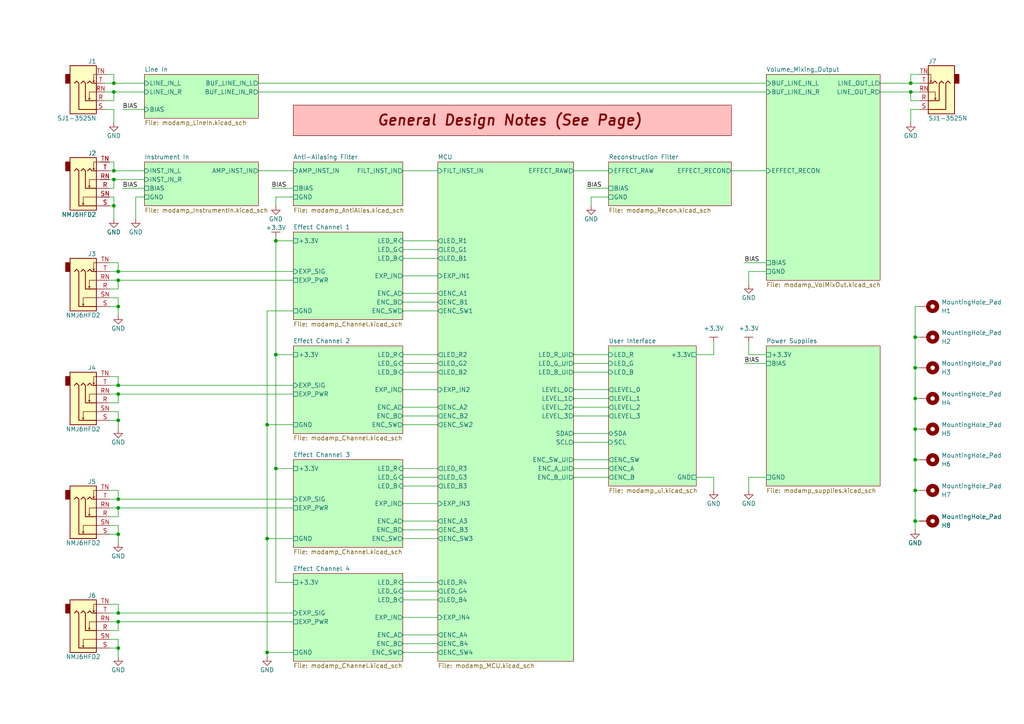
<source format=kicad_sch>
(kicad_sch (version 20230121) (generator eeschema)
  (paper "A4")
  (title_block (title "Digital Audio Effects Processor") (date "2023-11-26") (rev "A") (company "Ishaan Govindarajan"))
  (lib_symbols
    (symbol "Custom-Connector:NMJ6HFD2"
      (property "Reference" "J" (at 0 11.43 0))
      (property "Value" "NMJ6HFD2" (at 0 8.89 0))
      (symbol "NMJ6HFD2_0_1"
        (rectangle (start -6.35 -5.08) (end -7.62 -7.62) (stroke (width 0.254)) (fill (type outline)))
        (polyline (pts (xy -2.54 4.826) (xy -2.286 4.318)))
        (polyline (pts (xy -0.762 -0.254) (xy -0.508 -0.762)))
        (polyline (pts (xy 0.508 -5.334) (xy 0.762 -5.842)))
        (polyline (pts (xy 1.27 0) (xy 2.54 0)))
        (polyline (pts (xy 2.54 -5.08) (xy 1.27 -5.08)))
        (polyline (pts (xy 2.54 5.08) (xy 1.27 5.08)))
        (polyline (pts (xy -1.27 -5.08) (xy -0.635 -5.715) (xy 0 -5.08) (xy 1.27 -5.08)) (stroke (width 0.254)))
        (polyline (pts (xy 2.54 -7.62) (xy 0.508 -7.62) (xy 0.508 -5.334) (xy 0.254 -5.842)))
        (polyline (pts (xy 2.54 -2.54) (xy -0.762 -2.54) (xy -0.762 -0.254) (xy -1.016 -0.762)))
        (polyline (pts (xy 2.54 2.54) (xy -2.54 2.54) (xy -2.54 4.826) (xy -2.794 4.318)))
        (polyline (pts (xy -3.175 -5.08) (xy -2.54 -5.715) (xy -1.905 -5.08) (xy -1.905 0) (xy 1.27 0)) (stroke (width 0.254)))
        (polyline (pts (xy 1.27 5.08) (xy -3.81 5.08) (xy -3.81 -5.08) (xy -4.445 -5.715) (xy -5.08 -5.08)) (stroke (width 0.254)))
        (rectangle (start 1.27 6.35) (end -6.35 -8.89) (stroke (width 0.254)) (fill (type background)))
      )
      (symbol "NMJ6HFD2_1_1"
        (pin passive line (at 5.08 0 180) (length 2.54) (name "~") (number "R"))
        (pin passive line (at 5.08 -2.54 180) (length 2.54) (name "~") (number "RN"))
        (pin passive line (at 5.08 5.08 180) (length 2.54) (name "~") (number "S"))
        (pin passive line (at 5.08 2.54 180) (length 2.54) (name "~") (number "SN"))
        (pin passive line (at 5.08 -5.08 180) (length 2.54) (name "~") (number "T"))
        (pin passive line (at 5.08 -7.62 180) (length 2.54) (name "~") (number "TN"))
      )
    )
    (symbol "Custom-Connector:SJ1-3525N"
      (property "Reference" "J" (at 0 8.89 0))
      (property "Value" "SJ1-3525N" (at 0 6.35 0))
      (symbol "SJ1-3525N_0_1"
        (rectangle (start -5.08 -5.08) (end -6.35 -7.62) (stroke (width 0.254)) (fill (type outline)))
        (polyline (pts (xy 0.508 -0.254) (xy 0.762 -0.762)))
        (polyline (pts (xy 1.778 -5.334) (xy 2.032 -5.842)))
        (polyline (pts (xy 0 -5.08) (xy 0.635 -5.715) (xy 1.27 -5.08) (xy 2.54 -5.08)) (stroke (width 0.254)))
        (polyline (pts (xy 2.54 -7.62) (xy 1.778 -7.62) (xy 1.778 -5.334) (xy 1.524 -5.842)))
        (polyline (pts (xy 2.54 -2.54) (xy 0.508 -2.54) (xy 0.508 -0.254) (xy 0.254 -0.762)))
        (polyline (pts (xy -1.905 -5.08) (xy -1.27 -5.715) (xy -0.635 -5.08) (xy -0.635 0) (xy 2.54 0)) (stroke (width 0.254)))
        (polyline (pts (xy 2.54 2.54) (xy -2.54 2.54) (xy -2.54 -5.08) (xy -3.175 -5.715) (xy -3.81 -5.08)) (stroke (width 0.254)))
        (rectangle (start 2.54 3.81) (end -5.08 -10.16) (stroke (width 0.254)) (fill (type background)))
      )
      (symbol "SJ1-3525N_1_1"
        (pin passive line (at 5.08 0 180) (length 2.54) (name "~") (number "R"))
        (pin passive line (at 5.08 -2.54 180) (length 2.54) (name "~") (number "RN"))
        (pin passive line (at 5.08 2.54 180) (length 2.54) (name "~") (number "S"))
        (pin passive line (at 5.08 -5.08 180) (length 2.54) (name "~") (number "T"))
        (pin passive line (at 5.08 -7.62 180) (length 2.54) (name "~") (number "TN"))
      )
    )
    (symbol "Custom-PwrSym:+3.3V" (power) (pin_names (offset 0))
      (property "Value" "+3.3V" (at 0 2.54 0))
      (symbol "+3.3V_0_1"
        (polyline (pts (xy -1.27 1.27) (xy 1.27 1.27)))
        (polyline (pts (xy 0 0) (xy 0 1.27)))
      )
      (symbol "+3.3V_1_1"
        (pin power_in line (at 0 0 90) (length 0) hide (name "+3.3V") (number "1"))
      )
    )
    (symbol "Mechanical:MountingHole_Pad" (pin_numbers hide) (pin_names (offset 1.016) hide)
      (property "Reference" "H" (at 0 6.35 0))
      (property "Value" "MountingHole_Pad" (at 0 4.445 0))
      (symbol "MountingHole_Pad_0_1"
        (circle (center 0 1.27) (radius 1.27) (stroke (width 1.27)))
      )
      (symbol "MountingHole_Pad_1_1"
        (pin input line (at 0 -2.54 90) (length 2.54) (name "1") (number "1"))
      )
    )
    (symbol "power:GND" (power) (pin_names (offset 0))
      (property "Value" "GND" (at 0 -3.81 0))
      (symbol "GND_0_1"
        (polyline (pts (xy 0 0) (xy 0 -1.27) (xy 1.27 -1.27) (xy 0 -2.54) (xy -1.27 -1.27) (xy 0 -1.27)))
      )
      (symbol "GND_1_1"
        (pin power_in line (at 0 0 270) (length 0) hide (name "GND") (number "1"))
      )
    )
  )
  (junction (at 33.02 52.07))
  (junction (at 265.43 133.35))
  (junction (at 77.47 123.19))
  (junction (at 34.29 187.96))
  (junction (at 34.29 121.92))
  (junction (at 34.29 114.3))
  (junction (at 77.47 189.23))
  (junction (at 265.43 142.24))
  (junction (at 34.29 78.74))
  (junction (at 34.29 147.32))
  (junction (at 33.02 26.67))
  (junction (at 34.29 81.28))
  (junction (at 34.29 144.78))
  (junction (at 77.47 156.21))
  (junction (at 265.43 151.13))
  (junction (at 33.02 59.69))
  (junction (at 80.01 69.85))
  (junction (at 34.29 111.76))
  (junction (at 80.01 135.89))
  (junction (at 80.01 102.87))
  (junction (at 265.43 97.79))
  (junction (at 34.29 177.8))
  (junction (at 265.43 115.57))
  (junction (at 33.02 49.53))
  (junction (at 34.29 88.9))
  (junction (at 34.29 180.34))
  (junction (at 265.43 124.46))
  (junction (at 264.16 26.67))
  (junction (at 34.29 154.94))
  (junction (at 33.02 24.13))
  (junction (at 264.16 24.13))
  (junction (at 265.43 106.68))
  (wire (pts (xy 217.17 142.24) (xy 217.17 138.43)))
  (wire (pts (xy 31.75 81.28) (xy 34.29 81.28)))
  (wire (pts (xy 116.84 146.05) (xy 127 146.05)))
  (wire (pts (xy 34.29 88.9) (xy 34.29 91.44)))
  (wire (pts (xy 80.01 102.87) (xy 85.09 102.87)))
  (wire (pts (xy 116.84 90.17) (xy 127 90.17)))
  (wire (pts (xy 31.75 86.36) (xy 34.29 86.36)))
  (wire (pts (xy 31.75 46.99) (xy 33.02 46.99)))
  (wire (pts (xy 34.29 121.92) (xy 34.29 124.46)))
  (wire (pts (xy 166.37 128.27) (xy 176.53 128.27)))
  (wire (pts (xy 166.37 107.95) (xy 176.53 107.95)))
  (wire (pts (xy 33.02 26.67) (xy 33.02 29.21)))
  (wire (pts (xy 80.01 68.58) (xy 80.01 69.85)))
  (wire (pts (xy 207.01 138.43) (xy 201.93 138.43)))
  (wire (pts (xy 33.02 35.56) (xy 33.02 31.75)))
  (wire (pts (xy 34.29 114.3) (xy 85.09 114.3)))
  (wire (pts (xy 33.02 24.13) (xy 41.91 24.13)))
  (wire (pts (xy 266.7 97.79) (xy 265.43 97.79)))
  (wire (pts (xy 33.02 57.15) (xy 31.75 57.15)))
  (wire (pts (xy 80.01 57.15) (xy 85.09 57.15)))
  (wire (pts (xy 85.09 189.23) (xy 77.47 189.23)))
  (wire (pts (xy 78.74 54.61) (xy 85.09 54.61)))
  (wire (pts (xy 166.37 118.11) (xy 176.53 118.11)))
  (wire (pts (xy 34.29 149.86) (xy 31.75 149.86)))
  (wire (pts (xy 85.09 144.78) (xy 34.29 144.78)))
  (wire (pts (xy 116.84 120.65) (xy 127 120.65)))
  (wire (pts (xy 85.09 111.76) (xy 34.29 111.76)))
  (wire (pts (xy 80.01 69.85) (xy 85.09 69.85)))
  (wire (pts (xy 116.84 189.23) (xy 127 189.23)))
  (wire (pts (xy 166.37 138.43) (xy 176.53 138.43)))
  (wire (pts (xy 33.02 29.21) (xy 30.48 29.21)))
  (wire (pts (xy 34.29 185.42) (xy 34.29 187.96)))
  (wire (pts (xy 34.29 147.32) (xy 34.29 149.86)))
  (wire (pts (xy 31.75 152.4) (xy 34.29 152.4)))
  (wire (pts (xy 255.27 26.67) (xy 264.16 26.67)))
  (wire (pts (xy 34.29 109.22) (xy 34.29 111.76)))
  (wire (pts (xy 166.37 125.73) (xy 176.53 125.73)))
  (wire (pts (xy 85.09 177.8) (xy 34.29 177.8)))
  (wire (pts (xy 116.84 102.87) (xy 127 102.87)))
  (wire (pts (xy 166.37 115.57) (xy 176.53 115.57)))
  (wire (pts (xy 34.29 86.36) (xy 34.29 88.9)))
  (wire (pts (xy 166.37 120.65) (xy 176.53 120.65)))
  (wire (pts (xy 74.93 24.13) (xy 222.25 24.13)))
  (wire (pts (xy 80.01 102.87) (xy 80.01 135.89)))
  (wire (pts (xy 217.17 138.43) (xy 222.25 138.43)))
  (wire (pts (xy 80.01 135.89) (xy 80.01 168.91)))
  (wire (pts (xy 77.47 123.19) (xy 77.47 156.21)))
  (wire (pts (xy 116.84 113.03) (xy 127 113.03)))
  (wire (pts (xy 31.75 88.9) (xy 34.29 88.9)))
  (wire (pts (xy 74.93 26.67) (xy 222.25 26.67)))
  (wire (pts (xy 33.02 26.67) (xy 41.91 26.67)))
  (wire (pts (xy 34.29 76.2) (xy 34.29 78.74)))
  (wire (pts (xy 116.84 118.11) (xy 127 118.11)))
  (wire (pts (xy 166.37 49.53) (xy 176.53 49.53)))
  (wire (pts (xy 31.75 180.34) (xy 34.29 180.34)))
  (wire (pts (xy 31.75 187.96) (xy 34.29 187.96)))
  (wire (pts (xy 116.84 74.93) (xy 127 74.93)))
  (wire (pts (xy 265.43 106.68) (xy 265.43 115.57)))
  (wire (pts (xy 171.45 57.15) (xy 171.45 59.69)))
  (wire (pts (xy 265.43 151.13) (xy 265.43 153.67)))
  (wire (pts (xy 116.84 179.07) (xy 127 179.07)))
  (wire (pts (xy 34.29 152.4) (xy 34.29 154.94)))
  (wire (pts (xy 264.16 26.67) (xy 264.16 29.21)))
  (wire (pts (xy 34.29 119.38) (xy 34.29 121.92)))
  (wire (pts (xy 31.75 175.26) (xy 34.29 175.26)))
  (wire (pts (xy 31.75 59.69) (xy 33.02 59.69)))
  (wire (pts (xy 116.84 186.69) (xy 127 186.69)))
  (wire (pts (xy 266.7 88.9) (xy 265.43 88.9)))
  (wire (pts (xy 31.75 177.8) (xy 34.29 177.8)))
  (wire (pts (xy 31.75 111.76) (xy 34.29 111.76)))
  (wire (pts (xy 80.01 57.15) (xy 80.01 59.69)))
  (wire (pts (xy 77.47 189.23) (xy 77.47 190.5)))
  (wire (pts (xy 207.01 142.24) (xy 207.01 138.43)))
  (wire (pts (xy 116.84 49.53) (xy 127 49.53)))
  (wire (pts (xy 33.02 49.53) (xy 41.91 49.53)))
  (wire (pts (xy 171.45 57.15) (xy 176.53 57.15)))
  (wire (pts (xy 215.9 105.41) (xy 222.25 105.41)))
  (wire (pts (xy 34.29 114.3) (xy 34.29 116.84)))
  (wire (pts (xy 77.47 156.21) (xy 77.47 189.23)))
  (wire (pts (xy 85.09 90.17) (xy 77.47 90.17)))
  (wire (pts (xy 116.84 153.67) (xy 127 153.67)))
  (wire (pts (xy 207.01 102.87) (xy 201.93 102.87)))
  (wire (pts (xy 264.16 24.13) (xy 266.7 24.13)))
  (wire (pts (xy 116.84 138.43) (xy 127 138.43)))
  (wire (pts (xy 116.84 135.89) (xy 127 135.89)))
  (wire (pts (xy 33.02 59.69) (xy 33.02 63.5)))
  (wire (pts (xy 166.37 102.87) (xy 176.53 102.87)))
  (wire (pts (xy 166.37 135.89) (xy 176.53 135.89)))
  (wire (pts (xy 116.84 140.97) (xy 127 140.97)))
  (wire (pts (xy 264.16 31.75) (xy 266.7 31.75)))
  (wire (pts (xy 217.17 102.87) (xy 222.25 102.87)))
  (wire (pts (xy 116.84 85.09) (xy 127 85.09)))
  (wire (pts (xy 116.84 156.21) (xy 127 156.21)))
  (wire (pts (xy 166.37 113.03) (xy 176.53 113.03)))
  (wire (pts (xy 116.84 171.45) (xy 127 171.45)))
  (wire (pts (xy 265.43 124.46) (xy 265.43 133.35)))
  (wire (pts (xy 265.43 115.57) (xy 265.43 124.46)))
  (wire (pts (xy 31.75 121.92) (xy 34.29 121.92)))
  (wire (pts (xy 264.16 29.21) (xy 266.7 29.21)))
  (wire (pts (xy 85.09 78.74) (xy 34.29 78.74)))
  (wire (pts (xy 217.17 78.74) (xy 222.25 78.74)))
  (wire (pts (xy 80.01 168.91) (xy 85.09 168.91)))
  (wire (pts (xy 34.29 187.96) (xy 34.29 190.5)))
  (wire (pts (xy 31.75 154.94) (xy 34.29 154.94)))
  (wire (pts (xy 215.9 76.2) (xy 222.25 76.2)))
  (wire (pts (xy 34.29 81.28) (xy 34.29 83.82)))
  (wire (pts (xy 34.29 182.88) (xy 31.75 182.88)))
  (wire (pts (xy 34.29 154.94) (xy 34.29 157.48)))
  (wire (pts (xy 212.09 49.53) (xy 222.25 49.53)))
  (wire (pts (xy 265.43 88.9) (xy 265.43 97.79)))
  (wire (pts (xy 116.84 105.41) (xy 127 105.41)))
  (wire (pts (xy 31.75 147.32) (xy 34.29 147.32)))
  (wire (pts (xy 116.84 80.01) (xy 127 80.01)))
  (wire (pts (xy 31.75 109.22) (xy 34.29 109.22)))
  (wire (pts (xy 264.16 26.67) (xy 266.7 26.67)))
  (wire (pts (xy 266.7 115.57) (xy 265.43 115.57)))
  (wire (pts (xy 116.84 123.19) (xy 127 123.19)))
  (wire (pts (xy 266.7 133.35) (xy 265.43 133.35)))
  (wire (pts (xy 33.02 26.67) (xy 30.48 26.67)))
  (wire (pts (xy 116.84 107.95) (xy 127 107.95)))
  (wire (pts (xy 33.02 31.75) (xy 30.48 31.75)))
  (wire (pts (xy 31.75 54.61) (xy 33.02 54.61)))
  (wire (pts (xy 217.17 99.06) (xy 217.17 102.87)))
  (wire (pts (xy 31.75 76.2) (xy 34.29 76.2)))
  (wire (pts (xy 170.18 54.61) (xy 176.53 54.61)))
  (wire (pts (xy 116.84 72.39) (xy 127 72.39)))
  (wire (pts (xy 34.29 81.28) (xy 85.09 81.28)))
  (wire (pts (xy 39.37 57.15) (xy 39.37 63.5)))
  (wire (pts (xy 33.02 52.07) (xy 41.91 52.07)))
  (wire (pts (xy 264.16 24.13) (xy 264.16 21.59)))
  (wire (pts (xy 39.37 57.15) (xy 41.91 57.15)))
  (wire (pts (xy 74.93 49.53) (xy 85.09 49.53)))
  (wire (pts (xy 31.75 144.78) (xy 34.29 144.78)))
  (wire (pts (xy 264.16 35.56) (xy 264.16 31.75)))
  (wire (pts (xy 34.29 180.34) (xy 34.29 182.88)))
  (wire (pts (xy 33.02 24.13) (xy 30.48 24.13)))
  (wire (pts (xy 35.56 31.75) (xy 41.91 31.75)))
  (wire (pts (xy 77.47 90.17) (xy 77.47 123.19)))
  (wire (pts (xy 31.75 78.74) (xy 34.29 78.74)))
  (wire (pts (xy 34.29 147.32) (xy 85.09 147.32)))
  (wire (pts (xy 217.17 82.55) (xy 217.17 78.74)))
  (wire (pts (xy 80.01 69.85) (xy 80.01 102.87)))
  (wire (pts (xy 85.09 123.19) (xy 77.47 123.19)))
  (wire (pts (xy 266.7 142.24) (xy 265.43 142.24)))
  (wire (pts (xy 34.29 116.84) (xy 31.75 116.84)))
  (wire (pts (xy 116.84 173.99) (xy 127 173.99)))
  (wire (pts (xy 34.29 142.24) (xy 34.29 144.78)))
  (wire (pts (xy 31.75 142.24) (xy 34.29 142.24)))
  (wire (pts (xy 116.84 69.85) (xy 127 69.85)))
  (wire (pts (xy 31.75 52.07) (xy 33.02 52.07)))
  (wire (pts (xy 33.02 54.61) (xy 33.02 52.07)))
  (wire (pts (xy 31.75 49.53) (xy 33.02 49.53)))
  (wire (pts (xy 265.43 97.79) (xy 265.43 106.68)))
  (wire (pts (xy 31.75 119.38) (xy 34.29 119.38)))
  (wire (pts (xy 33.02 21.59) (xy 30.48 21.59)))
  (wire (pts (xy 33.02 46.99) (xy 33.02 49.53)))
  (wire (pts (xy 116.84 168.91) (xy 127 168.91)))
  (wire (pts (xy 166.37 133.35) (xy 176.53 133.35)))
  (wire (pts (xy 35.56 54.61) (xy 41.91 54.61)))
  (wire (pts (xy 207.01 99.06) (xy 207.01 102.87)))
  (wire (pts (xy 266.7 124.46) (xy 265.43 124.46)))
  (wire (pts (xy 80.01 135.89) (xy 85.09 135.89)))
  (wire (pts (xy 116.84 87.63) (xy 127 87.63)))
  (wire (pts (xy 265.43 151.13) (xy 266.7 151.13)))
  (wire (pts (xy 31.75 114.3) (xy 34.29 114.3)))
  (wire (pts (xy 85.09 156.21) (xy 77.47 156.21)))
  (wire (pts (xy 31.75 185.42) (xy 34.29 185.42)))
  (wire (pts (xy 33.02 24.13) (xy 33.02 21.59)))
  (wire (pts (xy 166.37 105.41) (xy 176.53 105.41)))
  (wire (pts (xy 34.29 175.26) (xy 34.29 177.8)))
  (wire (pts (xy 116.84 184.15) (xy 127 184.15)))
  (wire (pts (xy 33.02 57.15) (xy 33.02 59.69)))
  (wire (pts (xy 265.43 142.24) (xy 265.43 151.13)))
  (wire (pts (xy 255.27 24.13) (xy 264.16 24.13)))
  (wire (pts (xy 116.84 151.13) (xy 127 151.13)))
  (wire (pts (xy 264.16 21.59) (xy 266.7 21.59)))
  (wire (pts (xy 34.29 83.82) (xy 31.75 83.82)))
  (wire (pts (xy 266.7 106.68) (xy 265.43 106.68)))
  (wire (pts (xy 265.43 133.35) (xy 265.43 142.24)))
  (wire (pts (xy 34.29 180.34) (xy 85.09 180.34)))
  (text "General Design Notes (See Page)" (at 109.22 36.83 0) (effects (font (size 3 3) (thickness 0.508) bold italic) (justify left bottom)))
  (label "BIAS" (at 35.56 31.75 0))
  (label "BIAS" (at 78.74 54.61 0))
  (label "BIAS" (at 35.56 54.61 0))
  (label "BIAS" (at 170.18 54.61 0))
  (label "BIAS" (at 215.9 76.2 0))
  (label "BIAS" (at 215.9 105.41 0))
  (symbol (lib_id "Custom-Connector:SJ1-3525N") (at 271.78 29.21 180) (unit 1)
    (property "Reference" "J7" (at 269.24 17.78 0) (effects (justify right)))
    (property "Value" "SJ1-3525N" (at 269.24 34.29 0) (effects (justify right)))
    (property "Footprint" "Custom-Connector:PJ-307" (effects hide))
    (property "Datasheet" "https://www.cuidevices.com/product/resource/sj1-352xn.pdf" (effects hide))
    (property "Manufacturer" "CUI Devices" (effects hide))
    (property "Part Number" "SJ1-3525N" (effects hide))
  )
  (symbol (lib_id "Mechanical:MountingHole_Pad") (at 269.24 142.24 270) (unit 1) (in_bom no)
    (property "Reference" "H7" (at 273.05 143.51 90) (effects (justify left)))
    (property "Value" "MountingHole_Pad" (at 273.05 140.97 90) (effects (justify left)))
    (property "Footprint" "MountingHole:MountingHole_3.2mm_M3_Pad" (effects hide))
  )
  (symbol (lib_id "power:GND") (at 33.02 35.56 0) (mirror y) (unit 1)
    (property "Reference" "#PWR01" (effects hide))
    (property "Value" "GND" (at 33.02 39.37 0))
  )
  (symbol (lib_id "Custom-Connector:NMJ6HFD2") (at 26.67 83.82 0) (mirror x) (unit 1)
    (property "Reference" "J3" (at 26.67 73.66 0))
    (property "Value" "NMJ6HFD2" (at 24.13 91.44 0))
    (property "Footprint" "Custom-Connector:Jack_6.35mm_Neutrik_NMJ6HFD2_Horizontal" (effects hide))
    (property "Datasheet" "https://www.neutrik.com/media/8586/download/st-nmj6hfd2.PDF?v=4" (effects hide))
    (property "Manufacturer" "Neutrik" (effects hide))
    (property "Part Number" "NMJ6HFD2" (effects hide))
  )
  (symbol (lib_id "power:GND") (at 34.29 190.5 0) (mirror y) (unit 1)
    (property "Reference" "#PWR06" (effects hide))
    (property "Value" "GND" (at 34.29 194.31 0))
  )
  (symbol (lib_id "Mechanical:MountingHole_Pad") (at 269.24 88.9 270) (unit 1) (in_bom no)
    (property "Reference" "H1" (at 273.05 90.17 90) (effects (justify left)))
    (property "Value" "MountingHole_Pad" (at 273.05 87.63 90) (effects (justify left)))
    (property "Footprint" "MountingHole:MountingHole_3.2mm_M3_Pad" (effects hide))
  )
  (symbol (lib_id "Custom-Connector:NMJ6HFD2") (at 26.67 116.84 0) (mirror x) (unit 1)
    (property "Reference" "J4" (at 26.67 106.68 0))
    (property "Value" "NMJ6HFD2" (at 24.13 124.46 0))
    (property "Footprint" "Custom-Connector:Jack_6.35mm_Neutrik_NMJ6HFD2_Horizontal" (effects hide))
    (property "Datasheet" "https://www.neutrik.com/media/8586/download/st-nmj6hfd2.PDF?v=4" (effects hide))
    (property "Manufacturer" "Neutrik" (effects hide))
    (property "Part Number" "NMJ6HFD2" (effects hide))
  )
  (symbol (lib_id "Mechanical:MountingHole_Pad") (at 269.24 106.68 270) (unit 1) (in_bom no)
    (property "Reference" "H3" (at 273.05 107.95 90) (effects (justify left)))
    (property "Value" "MountingHole_Pad" (at 273.05 105.41 90) (effects (justify left)))
    (property "Footprint" "MountingHole:MountingHole_3.2mm_M3_Pad" (effects hide))
  )
  (symbol (lib_id "power:GND") (at 39.37 63.5 0) (unit 1)
    (property "Reference" "#PWR07" (effects hide))
    (property "Value" "GND" (at 39.37 67.31 0))
  )
  (symbol (lib_id "Custom-PwrSym:+3.3V") (at 80.01 68.58 0) (unit 1)
    (property "Reference" "#PWR09" (effects hide))
    (property "Value" "+3.3V" (at 80.01 66.04 0))
  )
  (symbol (lib_id "power:GND") (at 217.17 142.24 0) (unit 1)
    (property "Reference" "#PWR014" (effects hide))
    (property "Value" "GND" (at 217.17 146.05 0))
  )
  (symbol (lib_id "Mechanical:MountingHole_Pad") (at 269.24 97.79 270) (unit 1) (in_bom no)
    (property "Reference" "H2" (at 273.05 99.06 90) (effects (justify left)))
    (property "Value" "MountingHole_Pad" (at 273.05 96.52 90) (effects (justify left)))
    (property "Footprint" "MountingHole:MountingHole_3.2mm_M3_Pad" (effects hide))
  )
  (symbol (lib_id "power:GND") (at 34.29 157.48 0) (mirror y) (unit 1)
    (property "Reference" "#PWR05" (effects hide))
    (property "Value" "GND" (at 34.29 161.29 0))
  )
  (symbol (lib_id "Mechanical:MountingHole_Pad") (at 269.24 151.13 270) (unit 1) (in_bom no)
    (property "Reference" "H8" (at 273.05 152.4 90) (effects (justify left)))
    (property "Value" "MountingHole_Pad" (at 273.05 149.86 90) (effects (justify left)))
    (property "Footprint" "MountingHole:MountingHole_3.2mm_M3_Pad" (effects hide))
  )
  (symbol (lib_id "power:GND") (at 33.02 63.5 0) (mirror y) (unit 1)
    (property "Reference" "#PWR02" (effects hide))
    (property "Value" "GND" (at 33.02 67.31 0))
  )
  (symbol (lib_id "power:GND") (at 264.16 35.56 0) (unit 1)
    (property "Reference" "#PWR015" (effects hide))
    (property "Value" "GND" (at 264.16 39.37 0))
  )
  (symbol (lib_id "power:GND") (at 207.01 142.24 0) (mirror y) (unit 1)
    (property "Reference" "#PWR011" (effects hide))
    (property "Value" "GND" (at 207.01 146.05 0))
  )
  (symbol (lib_id "power:GND") (at 77.47 190.5 0) (unit 1)
    (property "Reference" "#PWR08" (effects hide))
    (property "Value" "GND" (at 77.47 194.31 0))
  )
  (symbol (lib_id "power:GND") (at 265.43 153.67 0) (mirror y) (unit 1)
    (property "Reference" "#PWR016" (effects hide))
    (property "Value" "GND" (at 265.43 157.48 0))
  )
  (symbol (lib_id "Custom-Connector:NMJ6HFD2") (at 26.67 182.88 0) (mirror x) (unit 1)
    (property "Reference" "J6" (at 26.67 172.72 0))
    (property "Value" "NMJ6HFD2" (at 24.13 190.5 0))
    (property "Footprint" "Custom-Connector:Jack_6.35mm_Neutrik_NMJ6HFD2_Horizontal" (effects hide))
    (property "Datasheet" "https://www.neutrik.com/media/8586/download/st-nmj6hfd2.PDF?v=4" (effects hide))
    (property "Manufacturer" "Neutrik" (effects hide))
    (property "Part Number" "NMJ6HFD2" (effects hide))
  )
  (symbol (lib_id "Custom-PwrSym:+3.3V") (at 217.17 99.06 0) (unit 1)
    (property "Reference" "#PWR013" (effects hide))
    (property "Value" "+3.3V" (at 217.17 95.25 0))
  )
  (symbol (lib_id "Custom-Connector:NMJ6HFD2") (at 26.67 149.86 0) (mirror x) (unit 1)
    (property "Reference" "J5" (at 26.67 139.7 0))
    (property "Value" "NMJ6HFD2" (at 24.13 157.48 0))
    (property "Footprint" "Custom-Connector:Jack_6.35mm_Neutrik_NMJ6HFD2_Horizontal" (effects hide))
    (property "Datasheet" "https://www.neutrik.com/media/8586/download/st-nmj6hfd2.PDF?v=4" (effects hide))
    (property "Manufacturer" "Neutrik" (effects hide))
    (property "Part Number" "NMJ6HFD2" (effects hide))
  )
  (symbol (lib_id "power:GND") (at 80.01 59.69 0) (unit 1)
    (property "Reference" "#PWR028" (effects hide))
    (property "Value" "GND" (at 80.01 63.5 0))
  )
  (symbol (lib_id "Mechanical:MountingHole_Pad") (at 269.24 133.35 270) (unit 1) (in_bom no)
    (property "Reference" "H6" (at 273.05 134.62 90) (effects (justify left)))
    (property "Value" "MountingHole_Pad" (at 273.05 132.08 90) (effects (justify left)))
    (property "Footprint" "MountingHole:MountingHole_3.2mm_M3_Pad" (effects hide))
  )
  (symbol (lib_id "power:GND") (at 171.45 59.69 0) (unit 1)
    (property "Reference" "#PWR029" (effects hide))
    (property "Value" "GND" (at 171.45 63.5 0))
  )
  (symbol (lib_id "power:GND") (at 34.29 124.46 0) (mirror y) (unit 1)
    (property "Reference" "#PWR04" (effects hide))
    (property "Value" "GND" (at 34.29 128.27 0))
  )
  (symbol (lib_id "power:GND") (at 217.17 82.55 0) (unit 1)
    (property "Reference" "#PWR012" (effects hide))
    (property "Value" "GND" (at 217.17 86.36 0))
  )
  (symbol (lib_id "Mechanical:MountingHole_Pad") (at 269.24 124.46 270) (unit 1) (in_bom no)
    (property "Reference" "H5" (at 273.05 125.73 90) (effects (justify left)))
    (property "Value" "MountingHole_Pad" (at 273.05 123.19 90) (effects (justify left)))
    (property "Footprint" "MountingHole:MountingHole_3.2mm_M3_Pad" (effects hide))
  )
  (symbol (lib_id "Mechanical:MountingHole_Pad") (at 269.24 115.57 270) (unit 1) (in_bom no)
    (property "Reference" "H4" (at 273.05 116.84 90) (effects (justify left)))
    (property "Value" "MountingHole_Pad" (at 273.05 114.3 90) (effects (justify left)))
    (property "Footprint" "MountingHole:MountingHole_3.2mm_M3_Pad" (effects hide))
  )
  (symbol (lib_id "Custom-PwrSym:+3.3V") (at 207.01 99.06 0) (mirror y) (unit 1)
    (property "Reference" "#PWR010" (effects hide))
    (property "Value" "+3.3V" (at 207.01 95.25 0))
  )
  (symbol (lib_id "Custom-Connector:NMJ6HFD2") (at 26.67 54.61 0) (mirror x) (unit 1)
    (property "Reference" "J2" (at 27.94 44.45 0) (effects (justify right)))
    (property "Value" "NMJ6HFD2" (at 27.94 62.23 0) (effects (justify right)))
    (property "Footprint" "Custom-Connector:Jack_6.35mm_Neutrik_NMJ6HFD2_Horizontal" (effects hide))
    (property "Datasheet" "https://www.neutrik.com/media/8586/download/st-nmj6hfd2.PDF?v=4" (effects hide))
    (property "Manufacturer" "Neutrik" (effects hide))
    (property "Part Number" "NMJ6HFD2" (effects hide))
  )
  (symbol (lib_id "power:GND") (at 34.29 91.44 0) (mirror y) (unit 1)
    (property "Reference" "#PWR03" (effects hide))
    (property "Value" "GND" (at 34.29 95.25 0))
  )
  (symbol (lib_id "Custom-Connector:SJ1-3525N") (at 25.4 29.21 0) (mirror x) (unit 1)
    (property "Reference" "J1" (at 27.94 17.78 0) (effects (justify right)))
    (property "Value" "SJ1-3525N" (at 27.94 34.29 0) (effects (justify right)))
    (property "Footprint" "Custom-Connector:PJ-307" (effects hide))
    (property "Datasheet" "https://www.cuidevices.com/product/resource/sj1-352xn.pdf" (effects hide))
    (property "Manufacturer" "CUI Devices" (effects hide))
    (property "Part Number" "SJ1-3525N" (effects hide))
  )
  (sheet (at 85.09 46.99) (size 31.75 12.7) (stroke (width 0.1524)) (fill (color 191 255 191 1.0000))
    (property "Sheetname" "Anti-Aliasing Filter" (at 85.09 46.2784 0) (effects (justify left bottom)))
    (property "Sheetfile" "modamp_AntiAlias.kicad_sch" (at 85.09 60.2746 0) (effects (justify left top)))
    (pin "FILT_INST_IN" output (at 116.84 49.53 0))
    (pin "AMP_INST_IN" input (at 85.09 49.53 180))
    (pin "BIAS" passive (at 85.09 54.61 180))
    (pin "GND" passive (at 85.09 57.15 180))
  )
  (sheet (at 222.25 100.33) (size 33.02 40.64) (stroke (width 0.1524)) (fill (color 191 255 191 1.0000))
    (property "Sheetname" "Power Supplies" (at 222.25 99.6184 0) (effects (justify left bottom)))
    (property "Sheetfile" "modamp_supplies.kicad_sch" (at 222.25 141.5546 0) (effects (justify left top)))
    (pin "+3.3V" passive (at 222.25 102.87 180))
    (pin "GND" passive (at 222.25 138.43 180))
    (pin "BIAS" passive (at 222.25 105.41 180))
  )
  (sheet (at 85.09 166.37) (size 31.75 25.4) (stroke (width 0.1524)) (fill (color 191 255 191 1.0000))
    (property "Sheetname" "Effect Channel 4" (at 85.09 165.6584 0) (effects (justify left bottom)))
    (property "Sheetfile" "modamp_Channel.kicad_sch" (at 85.09 192.3546 0) (effects (justify left top)))
    (pin "LED_R" input (at 116.84 168.91 0))
    (pin "LED_G" input (at 116.84 171.45 0))
    (pin "LED_B" input (at 116.84 173.99 0))
    (pin "+3.3V" passive (at 85.09 168.91 180))
    (pin "EXP_IN" output (at 116.84 179.07 0))
    (pin "GND" passive (at 85.09 189.23 180))
    (pin "ENC_A" output (at 116.84 184.15 0))
    (pin "ENC_B" output (at 116.84 186.69 0))
    (pin "ENC_SW" output (at 116.84 189.23 0))
    (pin "EXP_SIG" input (at 85.09 177.8 180))
    (pin "EXP_PWR" passive (at 85.09 180.34 180))
  )
  (sheet (at 176.53 46.99) (size 35.56 12.7) (stroke (width 0.1524)) (fill (color 191 255 191 1.0000))
    (property "Sheetname" "Reconstruction Filter" (at 176.53 46.2784 0) (effects (justify left bottom)))
    (property "Sheetfile" "modamp_Recon.kicad_sch" (at 176.53 60.2746 0) (effects (justify left top)))
    (pin "BIAS" passive (at 176.53 54.61 180))
    (pin "EFFECT_RECON" output (at 212.09 49.53 0))
    (pin "EFFECT_RAW" input (at 176.53 49.53 180))
    (pin "GND" passive (at 176.53 57.15 180))
  )
  (sheet (at 176.53 100.33) (size 25.4 40.64) (stroke (width 0.1524)) (fill (color 191 255 191 1.0000))
    (property "Sheetname" "User Interface" (at 176.53 99.6184 0) (effects (justify left bottom)))
    (property "Sheetfile" "modamp_ui.kicad_sch" (at 176.53 141.5546 0) (effects (justify left top)))
    (pin "LEVEL_2" output (at 176.53 118.11 180))
    (pin "LEVEL_1" output (at 176.53 115.57 180))
    (pin "LEVEL_0" output (at 176.53 113.03 180))
    (pin "+3.3V" passive (at 201.93 102.87 0))
    (pin "SDA" bidirectional (at 176.53 125.73 180))
    (pin "SCL" input (at 176.53 128.27 180))
    (pin "LEVEL_3" output (at 176.53 120.65 180))
    (pin "ENC_SW" output (at 176.53 133.35 180))
    (pin "ENC_A" output (at 176.53 135.89 180))
    (pin "ENC_B" output (at 176.53 138.43 180))
    (pin "GND" passive (at 201.93 138.43 0))
    (pin "LED_R" input (at 176.53 102.87 180))
    (pin "LED_G" input (at 176.53 105.41 180))
    (pin "LED_B" input (at 176.53 107.95 180))
  )
  (sheet (at 41.91 46.99) (size 33.02 12.7) (stroke (width 0.1524)) (fill (color 191 255 191 1.0000))
    (property "Sheetname" "Instrument In" (at 41.91 46.2784 0) (effects (justify left bottom)))
    (property "Sheetfile" "modamp_InstrumentIn.kicad_sch" (at 41.91 60.2746 0) (effects (justify left top)))
    (pin "BIAS" passive (at 41.91 54.61 180))
    (pin "AMP_INST_IN" output (at 74.93 49.53 0))
    (pin "INST_IN_L" input (at 41.91 49.53 180))
    (pin "INST_IN_R" input (at 41.91 52.07 180))
    (pin "GND" passive (at 41.91 57.15 180))
  )
  (sheet (at 85.09 30.48) (size 127 8.89) (stroke (width 0.1524)) (fill (color 255 191 191 1.0000))
    (property "Sheetname" "Design Notes" (effects hide))
    (property "Sheetfile" "modamp_DesignNotes.kicad_sch" (effects hide))
  )
  (sheet (at 85.09 100.33) (size 31.75 25.4) (stroke (width 0.1524)) (fill (color 191 255 191 1.0000))
    (property "Sheetname" "Effect Channel 2" (at 85.09 99.6184 0) (effects (justify left bottom)))
    (property "Sheetfile" "modamp_Channel.kicad_sch" (at 85.09 126.3146 0) (effects (justify left top)))
    (pin "LED_R" input (at 116.84 102.87 0))
    (pin "LED_G" input (at 116.84 105.41 0))
    (pin "LED_B" input (at 116.84 107.95 0))
    (pin "+3.3V" passive (at 85.09 102.87 180))
    (pin "EXP_IN" output (at 116.84 113.03 0))
    (pin "GND" passive (at 85.09 123.19 180))
    (pin "ENC_A" output (at 116.84 118.11 0))
    (pin "ENC_B" output (at 116.84 120.65 0))
    (pin "ENC_SW" output (at 116.84 123.19 0))
    (pin "EXP_SIG" input (at 85.09 111.76 180))
    (pin "EXP_PWR" passive (at 85.09 114.3 180))
  )
  (sheet (at 127 46.99) (size 39.37 144.78) (stroke (width 0.1524)) (fill (color 191 255 191 1.0000))
    (property "Sheetname" "MCU" (at 127 46.2784 0) (effects (justify left bottom)))
    (property "Sheetfile" "modamp_MCU.kicad_sch" (at 127 192.3546 0) (effects (justify left top)))
    (pin "LED_B3" output (at 127 140.97 180))
    (pin "LED_R4" output (at 127 168.91 180))
    (pin "LED_G4" output (at 127 171.45 180))
    (pin "LED_B4" output (at 127 173.99 180))
    (pin "LED_R2" output (at 127 102.87 180))
    (pin "LED_G2" output (at 127 105.41 180))
    (pin "LED_B2" output (at 127 107.95 180))
    (pin "LED_R1" output (at 127 69.85 180))
    (pin "LED_G1" output (at 127 72.39 180))
    (pin "LED_B1" output (at 127 74.93 180))
    (pin "LED_R3" output (at 127 135.89 180))
    (pin "LED_G3" output (at 127 138.43 180))
    (pin "EFFECT_RAW" output (at 166.37 49.53 0))
    (pin "SCL" output (at 166.37 128.27 0))
    (pin "FILT_INST_IN" input (at 127 49.53 180))
    (pin "EXP_IN1" input (at 127 80.01 180))
    (pin "EXP_IN2" input (at 127 113.03 180))
    (pin "EXP_IN3" input (at 127 146.05 180))
    (pin "EXP_IN4" input (at 127 179.07 180))
    (pin "SDA" output (at 166.37 125.73 0))
    (pin "LED_G_UI" output (at 166.37 105.41 0))
    (pin "LED_R_UI" output (at 166.37 102.87 0))
    (pin "LED_B_UI" output (at 166.37 107.95 0))
    (pin "LEVEL_2" output (at 166.37 118.11 0))
    (pin "LEVEL_0" output (at 166.37 113.03 0))
    (pin "LEVEL_1" output (at 166.37 115.57 0))
    (pin "LEVEL_3" output (at 166.37 120.65 0))
    (pin "ENC_A_UI" output (at 166.37 135.89 0))
    (pin "ENC_B4" output (at 127 186.69 180))
    (pin "ENC_SW1" output (at 127 90.17 180))
    (pin "ENC_SW4" output (at 127 189.23 180))
    (pin "ENC_SW3" output (at 127 156.21 180))
    (pin "ENC_SW_UI" output (at 166.37 133.35 0))
    (pin "ENC_SW2" output (at 127 123.19 180))
    (pin "ENC_A3" output (at 127 151.13 180))
    (pin "ENC_B3" output (at 127 153.67 180))
    (pin "ENC_B2" output (at 127 120.65 180))
    (pin "ENC_A4" output (at 127 184.15 180))
    (pin "ENC_A1" output (at 127 85.09 180))
    (pin "ENC_A2" output (at 127 118.11 180))
    (pin "ENC_B1" output (at 127 87.63 180))
    (pin "ENC_B_UI" output (at 166.37 138.43 0))
  )
  (sheet (at 222.25 21.59) (size 33.02 59.69) (stroke (width 0.1524)) (fill (color 191 255 191 1.0000))
    (property "Sheetname" "Volume_Mixing_Output" (at 222.25 20.8784 0) (effects (justify left bottom)))
    (property "Sheetfile" "modamp_VolMixOut.kicad_sch" (at 222.25 81.8646 0) (effects (justify left top)))
    (pin "LINE_OUT_R" output (at 255.27 26.67 0))
    (pin "LINE_OUT_L" output (at 255.27 24.13 0))
    (pin "BUF_LINE_IN_L" input (at 222.25 24.13 180))
    (pin "GND" passive (at 222.25 78.74 180))
    (pin "BIAS" passive (at 222.25 76.2 180))
    (pin "BUF_LINE_IN_R" input (at 222.25 26.67 180))
    (pin "EFFECT_RECON" input (at 222.25 49.53 180))
  )
  (sheet (at 41.91 21.59) (size 33.02 12.7) (stroke (width 0.1524)) (fill (color 191 255 191 1.0000))
    (property "Sheetname" "Line In" (at 41.91 20.8784 0) (effects (justify left bottom)))
    (property "Sheetfile" "modamp_LineIn.kicad_sch" (at 41.91 34.8746 0) (effects (justify left top)))
    (pin "BUF_LINE_IN_R" output (at 74.93 26.67 0))
    (pin "BUF_LINE_IN_L" output (at 74.93 24.13 0))
    (pin "LINE_IN_L" input (at 41.91 24.13 180))
    (pin "BIAS" input (at 41.91 31.75 180))
    (pin "LINE_IN_R" input (at 41.91 26.67 180))
  )
  (sheet (at 85.09 133.35) (size 31.75 25.4) (stroke (width 0.1524)) (fill (color 191 255 191 1.0000))
    (property "Sheetname" "Effect Channel 3" (at 85.09 132.6384 0) (effects (justify left bottom)))
    (property "Sheetfile" "modamp_Channel.kicad_sch" (at 85.09 159.3346 0) (effects (justify left top)))
    (pin "LED_R" input (at 116.84 135.89 0))
    (pin "LED_G" input (at 116.84 138.43 0))
    (pin "LED_B" input (at 116.84 140.97 0))
    (pin "+3.3V" passive (at 85.09 135.89 180))
    (pin "EXP_IN" output (at 116.84 146.05 0))
    (pin "GND" passive (at 85.09 156.21 180))
    (pin "ENC_A" output (at 116.84 151.13 0))
    (pin "ENC_B" output (at 116.84 153.67 0))
    (pin "ENC_SW" output (at 116.84 156.21 0))
    (pin "EXP_SIG" input (at 85.09 144.78 180))
    (pin "EXP_PWR" passive (at 85.09 147.32 180))
  )
  (sheet (at 85.09 67.31) (size 31.75 25.4) (stroke (width 0.1524)) (fill (color 191 255 191 1.0000))
    (property "Sheetname" "Effect Channel 1" (at 85.09 66.5984 0) (effects (justify left bottom)))
    (property "Sheetfile" "modamp_Channel.kicad_sch" (at 85.09 93.2946 0) (effects (justify left top)))
    (pin "LED_R" input (at 116.84 69.85 0))
    (pin "LED_G" input (at 116.84 72.39 0))
    (pin "LED_B" input (at 116.84 74.93 0))
    (pin "+3.3V" passive (at 85.09 69.85 180))
    (pin "EXP_IN" output (at 116.84 80.01 0))
    (pin "GND" passive (at 85.09 90.17 180))
    (pin "ENC_A" output (at 116.84 85.09 0))
    (pin "ENC_B" output (at 116.84 87.63 0))
    (pin "ENC_SW" output (at 116.84 90.17 0))
    (pin "EXP_SIG" input (at 85.09 78.74 180))
    (pin "EXP_PWR" passive (at 85.09 81.28 180))
  )
)
</source>
